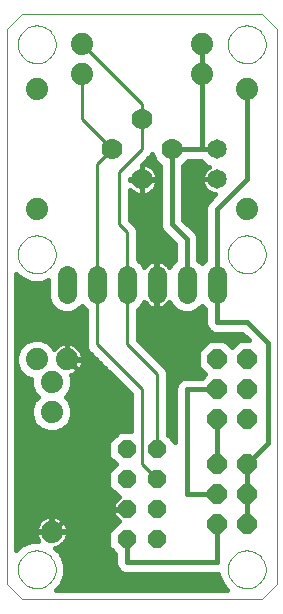
<source format=gtl>
G75*
G70*
%OFA0B0*%
%FSLAX24Y24*%
%IPPOS*%
%LPD*%
%AMOC8*
5,1,8,0,0,1.08239X$1,22.5*
%
%ADD10C,0.0000*%
%ADD11OC8,0.0600*%
%ADD12OC8,0.0640*%
%ADD13C,0.0740*%
%ADD14C,0.0700*%
%ADD15C,0.0650*%
%ADD16C,0.0634*%
%ADD17C,0.0150*%
%ADD18C,0.0100*%
D10*
X001675Y001175D02*
X001175Y001675D01*
X001175Y020175D01*
X001675Y020675D01*
X009675Y020675D01*
X010175Y020175D01*
X010175Y001675D01*
X009675Y001175D01*
X001675Y001175D01*
X001545Y002175D02*
X001547Y002225D01*
X001553Y002275D01*
X001563Y002324D01*
X001577Y002372D01*
X001594Y002419D01*
X001615Y002464D01*
X001640Y002508D01*
X001668Y002549D01*
X001700Y002588D01*
X001734Y002625D01*
X001771Y002659D01*
X001811Y002689D01*
X001853Y002716D01*
X001897Y002740D01*
X001943Y002761D01*
X001990Y002777D01*
X002038Y002790D01*
X002088Y002799D01*
X002137Y002804D01*
X002188Y002805D01*
X002238Y002802D01*
X002287Y002795D01*
X002336Y002784D01*
X002384Y002769D01*
X002430Y002751D01*
X002475Y002729D01*
X002518Y002703D01*
X002559Y002674D01*
X002598Y002642D01*
X002634Y002607D01*
X002666Y002569D01*
X002696Y002529D01*
X002723Y002486D01*
X002746Y002442D01*
X002765Y002396D01*
X002781Y002348D01*
X002793Y002299D01*
X002801Y002250D01*
X002805Y002200D01*
X002805Y002150D01*
X002801Y002100D01*
X002793Y002051D01*
X002781Y002002D01*
X002765Y001954D01*
X002746Y001908D01*
X002723Y001864D01*
X002696Y001821D01*
X002666Y001781D01*
X002634Y001743D01*
X002598Y001708D01*
X002559Y001676D01*
X002518Y001647D01*
X002475Y001621D01*
X002430Y001599D01*
X002384Y001581D01*
X002336Y001566D01*
X002287Y001555D01*
X002238Y001548D01*
X002188Y001545D01*
X002137Y001546D01*
X002088Y001551D01*
X002038Y001560D01*
X001990Y001573D01*
X001943Y001589D01*
X001897Y001610D01*
X001853Y001634D01*
X001811Y001661D01*
X001771Y001691D01*
X001734Y001725D01*
X001700Y001762D01*
X001668Y001801D01*
X001640Y001842D01*
X001615Y001886D01*
X001594Y001931D01*
X001577Y001978D01*
X001563Y002026D01*
X001553Y002075D01*
X001547Y002125D01*
X001545Y002175D01*
X001545Y012675D02*
X001547Y012725D01*
X001553Y012775D01*
X001563Y012824D01*
X001577Y012872D01*
X001594Y012919D01*
X001615Y012964D01*
X001640Y013008D01*
X001668Y013049D01*
X001700Y013088D01*
X001734Y013125D01*
X001771Y013159D01*
X001811Y013189D01*
X001853Y013216D01*
X001897Y013240D01*
X001943Y013261D01*
X001990Y013277D01*
X002038Y013290D01*
X002088Y013299D01*
X002137Y013304D01*
X002188Y013305D01*
X002238Y013302D01*
X002287Y013295D01*
X002336Y013284D01*
X002384Y013269D01*
X002430Y013251D01*
X002475Y013229D01*
X002518Y013203D01*
X002559Y013174D01*
X002598Y013142D01*
X002634Y013107D01*
X002666Y013069D01*
X002696Y013029D01*
X002723Y012986D01*
X002746Y012942D01*
X002765Y012896D01*
X002781Y012848D01*
X002793Y012799D01*
X002801Y012750D01*
X002805Y012700D01*
X002805Y012650D01*
X002801Y012600D01*
X002793Y012551D01*
X002781Y012502D01*
X002765Y012454D01*
X002746Y012408D01*
X002723Y012364D01*
X002696Y012321D01*
X002666Y012281D01*
X002634Y012243D01*
X002598Y012208D01*
X002559Y012176D01*
X002518Y012147D01*
X002475Y012121D01*
X002430Y012099D01*
X002384Y012081D01*
X002336Y012066D01*
X002287Y012055D01*
X002238Y012048D01*
X002188Y012045D01*
X002137Y012046D01*
X002088Y012051D01*
X002038Y012060D01*
X001990Y012073D01*
X001943Y012089D01*
X001897Y012110D01*
X001853Y012134D01*
X001811Y012161D01*
X001771Y012191D01*
X001734Y012225D01*
X001700Y012262D01*
X001668Y012301D01*
X001640Y012342D01*
X001615Y012386D01*
X001594Y012431D01*
X001577Y012478D01*
X001563Y012526D01*
X001553Y012575D01*
X001547Y012625D01*
X001545Y012675D01*
X001545Y019675D02*
X001547Y019725D01*
X001553Y019775D01*
X001563Y019824D01*
X001577Y019872D01*
X001594Y019919D01*
X001615Y019964D01*
X001640Y020008D01*
X001668Y020049D01*
X001700Y020088D01*
X001734Y020125D01*
X001771Y020159D01*
X001811Y020189D01*
X001853Y020216D01*
X001897Y020240D01*
X001943Y020261D01*
X001990Y020277D01*
X002038Y020290D01*
X002088Y020299D01*
X002137Y020304D01*
X002188Y020305D01*
X002238Y020302D01*
X002287Y020295D01*
X002336Y020284D01*
X002384Y020269D01*
X002430Y020251D01*
X002475Y020229D01*
X002518Y020203D01*
X002559Y020174D01*
X002598Y020142D01*
X002634Y020107D01*
X002666Y020069D01*
X002696Y020029D01*
X002723Y019986D01*
X002746Y019942D01*
X002765Y019896D01*
X002781Y019848D01*
X002793Y019799D01*
X002801Y019750D01*
X002805Y019700D01*
X002805Y019650D01*
X002801Y019600D01*
X002793Y019551D01*
X002781Y019502D01*
X002765Y019454D01*
X002746Y019408D01*
X002723Y019364D01*
X002696Y019321D01*
X002666Y019281D01*
X002634Y019243D01*
X002598Y019208D01*
X002559Y019176D01*
X002518Y019147D01*
X002475Y019121D01*
X002430Y019099D01*
X002384Y019081D01*
X002336Y019066D01*
X002287Y019055D01*
X002238Y019048D01*
X002188Y019045D01*
X002137Y019046D01*
X002088Y019051D01*
X002038Y019060D01*
X001990Y019073D01*
X001943Y019089D01*
X001897Y019110D01*
X001853Y019134D01*
X001811Y019161D01*
X001771Y019191D01*
X001734Y019225D01*
X001700Y019262D01*
X001668Y019301D01*
X001640Y019342D01*
X001615Y019386D01*
X001594Y019431D01*
X001577Y019478D01*
X001563Y019526D01*
X001553Y019575D01*
X001547Y019625D01*
X001545Y019675D01*
X008545Y019675D02*
X008547Y019725D01*
X008553Y019775D01*
X008563Y019824D01*
X008577Y019872D01*
X008594Y019919D01*
X008615Y019964D01*
X008640Y020008D01*
X008668Y020049D01*
X008700Y020088D01*
X008734Y020125D01*
X008771Y020159D01*
X008811Y020189D01*
X008853Y020216D01*
X008897Y020240D01*
X008943Y020261D01*
X008990Y020277D01*
X009038Y020290D01*
X009088Y020299D01*
X009137Y020304D01*
X009188Y020305D01*
X009238Y020302D01*
X009287Y020295D01*
X009336Y020284D01*
X009384Y020269D01*
X009430Y020251D01*
X009475Y020229D01*
X009518Y020203D01*
X009559Y020174D01*
X009598Y020142D01*
X009634Y020107D01*
X009666Y020069D01*
X009696Y020029D01*
X009723Y019986D01*
X009746Y019942D01*
X009765Y019896D01*
X009781Y019848D01*
X009793Y019799D01*
X009801Y019750D01*
X009805Y019700D01*
X009805Y019650D01*
X009801Y019600D01*
X009793Y019551D01*
X009781Y019502D01*
X009765Y019454D01*
X009746Y019408D01*
X009723Y019364D01*
X009696Y019321D01*
X009666Y019281D01*
X009634Y019243D01*
X009598Y019208D01*
X009559Y019176D01*
X009518Y019147D01*
X009475Y019121D01*
X009430Y019099D01*
X009384Y019081D01*
X009336Y019066D01*
X009287Y019055D01*
X009238Y019048D01*
X009188Y019045D01*
X009137Y019046D01*
X009088Y019051D01*
X009038Y019060D01*
X008990Y019073D01*
X008943Y019089D01*
X008897Y019110D01*
X008853Y019134D01*
X008811Y019161D01*
X008771Y019191D01*
X008734Y019225D01*
X008700Y019262D01*
X008668Y019301D01*
X008640Y019342D01*
X008615Y019386D01*
X008594Y019431D01*
X008577Y019478D01*
X008563Y019526D01*
X008553Y019575D01*
X008547Y019625D01*
X008545Y019675D01*
X008545Y012675D02*
X008547Y012725D01*
X008553Y012775D01*
X008563Y012824D01*
X008577Y012872D01*
X008594Y012919D01*
X008615Y012964D01*
X008640Y013008D01*
X008668Y013049D01*
X008700Y013088D01*
X008734Y013125D01*
X008771Y013159D01*
X008811Y013189D01*
X008853Y013216D01*
X008897Y013240D01*
X008943Y013261D01*
X008990Y013277D01*
X009038Y013290D01*
X009088Y013299D01*
X009137Y013304D01*
X009188Y013305D01*
X009238Y013302D01*
X009287Y013295D01*
X009336Y013284D01*
X009384Y013269D01*
X009430Y013251D01*
X009475Y013229D01*
X009518Y013203D01*
X009559Y013174D01*
X009598Y013142D01*
X009634Y013107D01*
X009666Y013069D01*
X009696Y013029D01*
X009723Y012986D01*
X009746Y012942D01*
X009765Y012896D01*
X009781Y012848D01*
X009793Y012799D01*
X009801Y012750D01*
X009805Y012700D01*
X009805Y012650D01*
X009801Y012600D01*
X009793Y012551D01*
X009781Y012502D01*
X009765Y012454D01*
X009746Y012408D01*
X009723Y012364D01*
X009696Y012321D01*
X009666Y012281D01*
X009634Y012243D01*
X009598Y012208D01*
X009559Y012176D01*
X009518Y012147D01*
X009475Y012121D01*
X009430Y012099D01*
X009384Y012081D01*
X009336Y012066D01*
X009287Y012055D01*
X009238Y012048D01*
X009188Y012045D01*
X009137Y012046D01*
X009088Y012051D01*
X009038Y012060D01*
X008990Y012073D01*
X008943Y012089D01*
X008897Y012110D01*
X008853Y012134D01*
X008811Y012161D01*
X008771Y012191D01*
X008734Y012225D01*
X008700Y012262D01*
X008668Y012301D01*
X008640Y012342D01*
X008615Y012386D01*
X008594Y012431D01*
X008577Y012478D01*
X008563Y012526D01*
X008553Y012575D01*
X008547Y012625D01*
X008545Y012675D01*
X008545Y002175D02*
X008547Y002225D01*
X008553Y002275D01*
X008563Y002324D01*
X008577Y002372D01*
X008594Y002419D01*
X008615Y002464D01*
X008640Y002508D01*
X008668Y002549D01*
X008700Y002588D01*
X008734Y002625D01*
X008771Y002659D01*
X008811Y002689D01*
X008853Y002716D01*
X008897Y002740D01*
X008943Y002761D01*
X008990Y002777D01*
X009038Y002790D01*
X009088Y002799D01*
X009137Y002804D01*
X009188Y002805D01*
X009238Y002802D01*
X009287Y002795D01*
X009336Y002784D01*
X009384Y002769D01*
X009430Y002751D01*
X009475Y002729D01*
X009518Y002703D01*
X009559Y002674D01*
X009598Y002642D01*
X009634Y002607D01*
X009666Y002569D01*
X009696Y002529D01*
X009723Y002486D01*
X009746Y002442D01*
X009765Y002396D01*
X009781Y002348D01*
X009793Y002299D01*
X009801Y002250D01*
X009805Y002200D01*
X009805Y002150D01*
X009801Y002100D01*
X009793Y002051D01*
X009781Y002002D01*
X009765Y001954D01*
X009746Y001908D01*
X009723Y001864D01*
X009696Y001821D01*
X009666Y001781D01*
X009634Y001743D01*
X009598Y001708D01*
X009559Y001676D01*
X009518Y001647D01*
X009475Y001621D01*
X009430Y001599D01*
X009384Y001581D01*
X009336Y001566D01*
X009287Y001555D01*
X009238Y001548D01*
X009188Y001545D01*
X009137Y001546D01*
X009088Y001551D01*
X009038Y001560D01*
X008990Y001573D01*
X008943Y001589D01*
X008897Y001610D01*
X008853Y001634D01*
X008811Y001661D01*
X008771Y001691D01*
X008734Y001725D01*
X008700Y001762D01*
X008668Y001801D01*
X008640Y001842D01*
X008615Y001886D01*
X008594Y001931D01*
X008577Y001978D01*
X008563Y002026D01*
X008553Y002075D01*
X008547Y002125D01*
X008545Y002175D01*
D11*
X006175Y003175D03*
X006175Y004175D03*
X006175Y005175D03*
X006175Y006175D03*
X005175Y006175D03*
X005175Y005175D03*
X005175Y004175D03*
X005175Y003175D03*
D12*
X008175Y003675D03*
X008175Y004675D03*
X008175Y005675D03*
X008175Y007175D03*
X008175Y008175D03*
X008175Y009175D03*
X009175Y009175D03*
X009175Y008175D03*
X009175Y007175D03*
X009175Y005675D03*
X009175Y004675D03*
X009175Y003675D03*
D13*
X009175Y014175D03*
X009175Y018175D03*
X007675Y018675D03*
X007675Y019675D03*
X003675Y019675D03*
X003675Y018675D03*
X002175Y018175D03*
X002175Y014175D03*
X002175Y009175D03*
X002675Y008425D03*
X003175Y009175D03*
X002675Y007425D03*
X002675Y003425D03*
D14*
X005675Y015175D03*
X006675Y016175D03*
X005675Y017175D03*
X004675Y016175D03*
D15*
X008175Y016175D03*
X008175Y015175D03*
D16*
X008175Y011992D02*
X008175Y011358D01*
X007175Y011358D02*
X007175Y011992D01*
X006175Y011992D02*
X006175Y011358D01*
X005175Y011358D02*
X005175Y011992D01*
X004175Y011992D02*
X004175Y011358D01*
X003175Y011358D02*
X003175Y011992D01*
D17*
X002543Y011232D02*
X002639Y011000D01*
X002817Y010822D01*
X003049Y010726D01*
X003301Y010726D01*
X003533Y010822D01*
X003675Y010965D01*
X003810Y010830D01*
X003810Y009602D01*
X003866Y009468D01*
X005310Y008024D01*
X005310Y006790D01*
X004920Y006790D01*
X004560Y006430D01*
X004560Y005920D01*
X004805Y005675D01*
X004560Y005430D01*
X004560Y004920D01*
X004904Y004576D01*
X004700Y004372D01*
X004700Y004190D01*
X005160Y004190D01*
X005160Y004160D01*
X004700Y004160D01*
X004700Y003978D01*
X004904Y003774D01*
X004560Y003430D01*
X004560Y002920D01*
X004785Y002695D01*
X004785Y002347D01*
X004844Y002204D01*
X004954Y002094D01*
X005097Y002035D01*
X008230Y002035D01*
X008230Y001987D01*
X008374Y001640D01*
X008524Y001490D01*
X002826Y001490D01*
X002976Y001640D01*
X003120Y001987D01*
X003120Y002363D01*
X002976Y002710D01*
X002794Y002892D01*
X002803Y002893D01*
X002884Y002920D01*
X002961Y002959D01*
X003030Y003009D01*
X003091Y003070D01*
X003141Y003139D01*
X003180Y003216D01*
X003207Y003297D01*
X003220Y003382D01*
X003220Y003411D01*
X002689Y003411D01*
X002689Y003439D01*
X002661Y003439D01*
X002661Y003970D01*
X002632Y003970D01*
X002547Y003957D01*
X002466Y003930D01*
X002389Y003891D01*
X002320Y003841D01*
X002259Y003780D01*
X002209Y003711D01*
X002170Y003634D01*
X002143Y003553D01*
X002130Y003468D01*
X002130Y003439D01*
X002661Y003439D01*
X002661Y003411D01*
X002130Y003411D01*
X002130Y003382D01*
X002143Y003297D01*
X002170Y003216D01*
X002209Y003139D01*
X002223Y003120D01*
X001987Y003120D01*
X001640Y002976D01*
X001490Y002826D01*
X001490Y012024D01*
X001640Y011874D01*
X001987Y011730D01*
X002363Y011730D01*
X002543Y011805D01*
X002543Y011232D01*
X002543Y011273D02*
X001490Y011273D01*
X001490Y011125D02*
X002588Y011125D01*
X002664Y010976D02*
X001490Y010976D01*
X001490Y010828D02*
X002812Y010828D01*
X002543Y011422D02*
X001490Y011422D01*
X001490Y011570D02*
X002543Y011570D01*
X002543Y011719D02*
X001490Y011719D01*
X001490Y011867D02*
X001656Y011867D01*
X001498Y012016D02*
X001490Y012016D01*
X001490Y010679D02*
X003810Y010679D01*
X003810Y010531D02*
X001490Y010531D01*
X001490Y010382D02*
X003810Y010382D01*
X003810Y010234D02*
X001490Y010234D01*
X001490Y010085D02*
X003810Y010085D01*
X003810Y009937D02*
X001490Y009937D01*
X001490Y009788D02*
X001865Y009788D01*
X001787Y009756D02*
X002039Y009860D01*
X002311Y009860D01*
X002563Y009756D01*
X002756Y009563D01*
X002766Y009537D01*
X002820Y009591D01*
X002889Y009641D01*
X002966Y009680D01*
X003047Y009707D01*
X003132Y009720D01*
X003170Y009720D01*
X003170Y009180D01*
X003180Y009180D01*
X003720Y009180D01*
X003720Y009218D01*
X003707Y009303D01*
X003680Y009384D01*
X003641Y009461D01*
X003591Y009530D01*
X003530Y009591D01*
X003461Y009641D01*
X003384Y009680D01*
X003303Y009707D01*
X003218Y009720D01*
X003180Y009720D01*
X003180Y009180D01*
X003180Y009170D01*
X003720Y009170D01*
X003720Y009132D01*
X003707Y009047D01*
X003680Y008966D01*
X003641Y008889D01*
X003591Y008820D01*
X003530Y008759D01*
X003461Y008709D01*
X003384Y008670D01*
X003323Y008650D01*
X003360Y008561D01*
X003360Y008289D01*
X003256Y008037D01*
X003144Y007925D01*
X003256Y007813D01*
X003360Y007561D01*
X003360Y007289D01*
X003256Y007037D01*
X003063Y006844D01*
X002811Y006740D01*
X002539Y006740D01*
X002287Y006844D01*
X002094Y007037D01*
X001990Y007289D01*
X001990Y007561D01*
X002094Y007813D01*
X002206Y007925D01*
X002094Y008037D01*
X001990Y008289D01*
X001990Y008510D01*
X001787Y008594D01*
X001594Y008787D01*
X001490Y009039D01*
X001490Y009311D01*
X001594Y009563D01*
X001787Y009756D01*
X001671Y009640D02*
X001490Y009640D01*
X001490Y009491D02*
X001564Y009491D01*
X001503Y009343D02*
X001490Y009343D01*
X001490Y009194D02*
X001490Y009194D01*
X001490Y009046D02*
X001490Y009046D01*
X001490Y008897D02*
X001549Y008897D01*
X001490Y008749D02*
X001633Y008749D01*
X001490Y008600D02*
X001781Y008600D01*
X001990Y008452D02*
X001490Y008452D01*
X001490Y008303D02*
X001990Y008303D01*
X002046Y008155D02*
X001490Y008155D01*
X001490Y008006D02*
X002125Y008006D01*
X002139Y007858D02*
X001490Y007858D01*
X001490Y007709D02*
X002051Y007709D01*
X001990Y007561D02*
X001490Y007561D01*
X001490Y007412D02*
X001990Y007412D01*
X002000Y007264D02*
X001490Y007264D01*
X001490Y007115D02*
X002062Y007115D01*
X002165Y006967D02*
X001490Y006967D01*
X001490Y006818D02*
X002350Y006818D01*
X003000Y006818D02*
X005310Y006818D01*
X005310Y006967D02*
X003185Y006967D01*
X003288Y007115D02*
X005310Y007115D01*
X005310Y007264D02*
X003350Y007264D01*
X003360Y007412D02*
X005310Y007412D01*
X005310Y007561D02*
X003360Y007561D01*
X003299Y007709D02*
X005310Y007709D01*
X005310Y007858D02*
X003211Y007858D01*
X003225Y008006D02*
X005310Y008006D01*
X005179Y008155D02*
X003304Y008155D01*
X003360Y008303D02*
X005031Y008303D01*
X004882Y008452D02*
X003360Y008452D01*
X003344Y008600D02*
X004734Y008600D01*
X004585Y008749D02*
X003515Y008749D01*
X003675Y008675D02*
X003675Y004175D01*
X005175Y004175D01*
X003425Y004175D01*
X002675Y003425D01*
X002689Y003439D02*
X002689Y003970D01*
X002718Y003970D01*
X002803Y003957D01*
X002884Y003930D01*
X002961Y003891D01*
X003030Y003841D01*
X003091Y003780D01*
X003141Y003711D01*
X003180Y003634D01*
X003207Y003553D01*
X003220Y003468D01*
X003220Y003439D01*
X002689Y003439D01*
X002689Y003551D02*
X002661Y003551D01*
X002661Y003700D02*
X002689Y003700D01*
X002689Y003848D02*
X002661Y003848D01*
X002330Y003848D02*
X001490Y003848D01*
X001490Y003700D02*
X002203Y003700D01*
X002143Y003551D02*
X001490Y003551D01*
X001490Y003403D02*
X002130Y003403D01*
X002158Y003254D02*
X001490Y003254D01*
X001490Y003106D02*
X001952Y003106D01*
X001621Y002957D02*
X001490Y002957D01*
X001490Y003997D02*
X004700Y003997D01*
X004700Y004145D02*
X001490Y004145D01*
X001490Y004294D02*
X004700Y004294D01*
X004770Y004442D02*
X001490Y004442D01*
X001490Y004591D02*
X004890Y004591D01*
X004741Y004739D02*
X001490Y004739D01*
X001490Y004888D02*
X004593Y004888D01*
X004560Y005036D02*
X001490Y005036D01*
X001490Y005185D02*
X004560Y005185D01*
X004560Y005333D02*
X001490Y005333D01*
X001490Y005482D02*
X004612Y005482D01*
X004760Y005630D02*
X001490Y005630D01*
X001490Y005779D02*
X004702Y005779D01*
X004560Y005927D02*
X001490Y005927D01*
X001490Y006076D02*
X004560Y006076D01*
X004560Y006224D02*
X001490Y006224D01*
X001490Y006373D02*
X004560Y006373D01*
X004651Y006521D02*
X001490Y006521D01*
X001490Y006670D02*
X004800Y006670D01*
X004437Y008897D02*
X003645Y008897D01*
X003706Y009046D02*
X004288Y009046D01*
X004140Y009194D02*
X003720Y009194D01*
X003694Y009343D02*
X003991Y009343D01*
X003856Y009491D02*
X003619Y009491D01*
X003463Y009640D02*
X003810Y009640D01*
X003810Y009788D02*
X002485Y009788D01*
X002679Y009640D02*
X002887Y009640D01*
X003170Y009640D02*
X003180Y009640D01*
X003170Y009491D02*
X003180Y009491D01*
X003170Y009343D02*
X003180Y009343D01*
X003170Y009194D02*
X003180Y009194D01*
X003175Y009175D02*
X003675Y008675D01*
X003538Y010828D02*
X003810Y010828D01*
X005484Y013632D02*
X005290Y013826D01*
X005290Y014818D01*
X005333Y014775D01*
X005400Y014726D01*
X005473Y014688D01*
X005473Y014689D02*
X005290Y014689D01*
X005290Y014540D02*
X006285Y014540D01*
X006285Y014392D02*
X005290Y014392D01*
X005290Y014243D02*
X006285Y014243D01*
X006285Y014095D02*
X005290Y014095D01*
X005290Y013946D02*
X006285Y013946D01*
X006285Y013798D02*
X005319Y013798D01*
X005467Y013649D02*
X006285Y013649D01*
X006285Y013597D02*
X006344Y013454D01*
X006454Y013344D01*
X006785Y013013D01*
X006785Y012495D01*
X006639Y012350D01*
X006597Y012247D01*
X006596Y012250D01*
X006550Y012312D01*
X006495Y012367D01*
X006433Y012413D01*
X006364Y012448D01*
X006290Y012472D01*
X006214Y012484D01*
X006198Y012484D01*
X006198Y011698D01*
X006152Y011698D01*
X006152Y012484D01*
X006136Y012484D01*
X006060Y012472D01*
X005986Y012448D01*
X005917Y012413D01*
X005855Y012367D01*
X005800Y012312D01*
X005754Y012250D01*
X005753Y012247D01*
X005711Y012350D01*
X005540Y012520D01*
X005540Y013498D01*
X005484Y013632D01*
X005539Y013501D02*
X006325Y013501D01*
X006285Y013597D02*
X006285Y015625D01*
X006111Y015798D01*
X006013Y016036D01*
X005984Y015968D01*
X005882Y015866D01*
X005716Y015700D01*
X005716Y015700D01*
X005798Y015687D01*
X005877Y015662D01*
X005950Y015624D01*
X006017Y015575D01*
X006075Y015517D01*
X006124Y015450D01*
X006162Y015377D01*
X006187Y015298D01*
X006200Y015216D01*
X006200Y015180D01*
X005680Y015180D01*
X005680Y015664D01*
X005670Y015654D01*
X005670Y015180D01*
X005680Y015180D01*
X005680Y015170D01*
X006200Y015170D01*
X006200Y015134D01*
X006285Y015134D01*
X006200Y015134D02*
X006187Y015052D01*
X006162Y014973D01*
X006124Y014900D01*
X006075Y014833D01*
X006017Y014775D01*
X005950Y014726D01*
X005877Y014688D01*
X005877Y014689D02*
X006285Y014689D01*
X006285Y014837D02*
X006078Y014837D01*
X006165Y014986D02*
X006285Y014986D01*
X006285Y015283D02*
X006190Y015283D01*
X006134Y015431D02*
X006285Y015431D01*
X006285Y015580D02*
X006011Y015580D01*
X006079Y015877D02*
X005893Y015877D01*
X006008Y016025D02*
X006017Y016025D01*
X006182Y015728D02*
X005744Y015728D01*
X005680Y015580D02*
X005670Y015580D01*
X005670Y015431D02*
X005680Y015431D01*
X005670Y015283D02*
X005680Y015283D01*
X005670Y015180D02*
X005290Y015180D01*
X005290Y015170D01*
X005670Y015170D01*
X005670Y015180D01*
X005675Y015175D02*
X005675Y013675D01*
X006175Y013175D01*
X006175Y011675D01*
X006198Y011652D02*
X006198Y010866D01*
X006214Y010866D01*
X006290Y010878D01*
X006364Y010902D01*
X006433Y010937D01*
X006495Y010983D01*
X006550Y011038D01*
X006596Y011100D01*
X006597Y011103D01*
X006639Y011000D01*
X006817Y010822D01*
X007049Y010726D01*
X007301Y010726D01*
X007533Y010822D01*
X007675Y010965D01*
X007785Y010855D01*
X007785Y010347D01*
X007844Y010204D01*
X007954Y010094D01*
X008097Y010035D01*
X009013Y010035D01*
X009238Y009810D01*
X008912Y009810D01*
X008675Y009573D01*
X008438Y009810D01*
X007912Y009810D01*
X007540Y009438D01*
X007540Y008912D01*
X007777Y008675D01*
X007667Y008565D01*
X007097Y008565D01*
X006954Y008506D01*
X006844Y008396D01*
X006785Y008253D01*
X006785Y006435D01*
X006540Y006680D01*
X006540Y008748D01*
X006484Y008882D01*
X005540Y009826D01*
X005540Y010830D01*
X005711Y011000D01*
X005753Y011103D01*
X005754Y011100D01*
X005800Y011038D01*
X005855Y010983D01*
X005917Y010937D01*
X005986Y010902D01*
X006060Y010878D01*
X006136Y010866D01*
X006152Y010866D01*
X006152Y011652D01*
X006198Y011652D01*
X006198Y011719D02*
X006152Y011719D01*
X006152Y011867D02*
X006198Y011867D01*
X006198Y012016D02*
X006152Y012016D01*
X006152Y012164D02*
X006198Y012164D01*
X006198Y012313D02*
X006152Y012313D01*
X006152Y012461D02*
X006198Y012461D01*
X006323Y012461D02*
X006751Y012461D01*
X006785Y012610D02*
X005540Y012610D01*
X005540Y012758D02*
X006785Y012758D01*
X006785Y012907D02*
X005540Y012907D01*
X005540Y013055D02*
X006743Y013055D01*
X006595Y013204D02*
X005540Y013204D01*
X005540Y013352D02*
X006446Y013352D01*
X006454Y013344D02*
X006454Y013344D01*
X006675Y013675D02*
X006675Y016175D01*
X007675Y016175D01*
X007675Y018675D01*
X007675Y019675D01*
X009175Y018175D02*
X009175Y015175D01*
X008175Y014175D01*
X008175Y011675D01*
X008175Y010425D01*
X009175Y010425D01*
X009875Y009725D01*
X009875Y006375D01*
X009175Y005675D01*
X009175Y004675D01*
X009175Y003675D01*
X008175Y003675D02*
X008175Y002425D01*
X005175Y002425D01*
X005175Y003175D01*
X004830Y003700D02*
X003147Y003700D01*
X003207Y003551D02*
X004681Y003551D01*
X004560Y003403D02*
X003220Y003403D01*
X003192Y003254D02*
X004560Y003254D01*
X004560Y003106D02*
X003117Y003106D01*
X002957Y002957D02*
X004560Y002957D01*
X004672Y002809D02*
X002878Y002809D01*
X002997Y002660D02*
X004785Y002660D01*
X004785Y002512D02*
X003058Y002512D01*
X003120Y002363D02*
X004785Y002363D01*
X004840Y002215D02*
X003120Y002215D01*
X003120Y002066D02*
X005023Y002066D01*
X004830Y003848D02*
X003020Y003848D01*
X003091Y001918D02*
X008259Y001918D01*
X008320Y001769D02*
X003030Y001769D01*
X002957Y001621D02*
X008393Y001621D01*
X008175Y003675D02*
X008175Y003700D01*
X008175Y004675D02*
X007175Y004675D01*
X007175Y008175D01*
X008175Y008175D01*
X007702Y008600D02*
X006540Y008600D01*
X006540Y008452D02*
X006900Y008452D01*
X006806Y008303D02*
X006540Y008303D01*
X006540Y008155D02*
X006785Y008155D01*
X006785Y008006D02*
X006540Y008006D01*
X006540Y007858D02*
X006785Y007858D01*
X006785Y007709D02*
X006540Y007709D01*
X006540Y007561D02*
X006785Y007561D01*
X006785Y007412D02*
X006540Y007412D01*
X006540Y007264D02*
X006785Y007264D01*
X006785Y007115D02*
X006540Y007115D01*
X006540Y006967D02*
X006785Y006967D01*
X006785Y006818D02*
X006540Y006818D01*
X006550Y006670D02*
X006785Y006670D01*
X006785Y006521D02*
X006699Y006521D01*
X006540Y008749D02*
X007703Y008749D01*
X007555Y008897D02*
X006469Y008897D01*
X006321Y009046D02*
X007540Y009046D01*
X007540Y009194D02*
X006172Y009194D01*
X006024Y009343D02*
X007540Y009343D01*
X007593Y009491D02*
X005875Y009491D01*
X005727Y009640D02*
X007741Y009640D01*
X007890Y009788D02*
X005578Y009788D01*
X005540Y009937D02*
X009112Y009937D01*
X008890Y009788D02*
X008460Y009788D01*
X008609Y009640D02*
X008741Y009640D01*
X007977Y010085D02*
X005540Y010085D01*
X005540Y010234D02*
X007832Y010234D01*
X007785Y010382D02*
X005540Y010382D01*
X005540Y010531D02*
X007785Y010531D01*
X007785Y010679D02*
X005540Y010679D01*
X005540Y010828D02*
X006812Y010828D01*
X006664Y010976D02*
X006486Y010976D01*
X006198Y010976D02*
X006152Y010976D01*
X006152Y011125D02*
X006198Y011125D01*
X006198Y011273D02*
X006152Y011273D01*
X006152Y011422D02*
X006198Y011422D01*
X006198Y011570D02*
X006152Y011570D01*
X005864Y010976D02*
X005686Y010976D01*
X005726Y012313D02*
X005800Y012313D01*
X005599Y012461D02*
X006027Y012461D01*
X006550Y012313D02*
X006624Y012313D01*
X007175Y011675D02*
X007175Y013175D01*
X006675Y013675D01*
X007065Y013837D02*
X007065Y015625D01*
X007225Y015785D01*
X007660Y015785D01*
X007812Y015632D01*
X007903Y015595D01*
X007849Y015556D01*
X007794Y015501D01*
X007747Y015437D01*
X007712Y015367D01*
X007687Y015292D01*
X007675Y015214D01*
X007675Y015175D01*
X008175Y015175D01*
X008175Y015175D01*
X007675Y015175D01*
X007675Y015136D01*
X007687Y015058D01*
X007712Y014983D01*
X007747Y014913D01*
X007794Y014849D01*
X007849Y014794D01*
X007913Y014747D01*
X007983Y014712D01*
X008058Y014687D01*
X008125Y014677D01*
X007844Y014396D01*
X007785Y014253D01*
X007785Y014097D01*
X007785Y012495D01*
X007675Y012385D01*
X007565Y012495D01*
X007565Y013253D01*
X007506Y013396D01*
X007396Y013506D01*
X007065Y013837D01*
X007104Y013798D02*
X007785Y013798D01*
X007785Y013946D02*
X007065Y013946D01*
X007065Y014095D02*
X007785Y014095D01*
X007785Y014243D02*
X007065Y014243D01*
X007065Y014392D02*
X007843Y014392D01*
X007988Y014540D02*
X007065Y014540D01*
X007065Y014689D02*
X008054Y014689D01*
X007806Y014837D02*
X007065Y014837D01*
X007065Y014986D02*
X007711Y014986D01*
X007675Y015134D02*
X007065Y015134D01*
X007065Y015283D02*
X007686Y015283D01*
X007744Y015431D02*
X007065Y015431D01*
X007065Y015580D02*
X007881Y015580D01*
X007717Y015728D02*
X007168Y015728D01*
X007675Y016175D02*
X008175Y016175D01*
X007785Y013649D02*
X007253Y013649D01*
X007396Y013506D02*
X007396Y013506D01*
X007401Y013501D02*
X007785Y013501D01*
X007785Y013352D02*
X007524Y013352D01*
X007565Y013204D02*
X007785Y013204D01*
X007785Y013055D02*
X007565Y013055D01*
X007565Y012907D02*
X007785Y012907D01*
X007785Y012758D02*
X007565Y012758D01*
X007565Y012610D02*
X007785Y012610D01*
X007751Y012461D02*
X007599Y012461D01*
X007538Y010828D02*
X007785Y010828D01*
X008175Y007175D02*
X008175Y005675D01*
X005798Y014663D02*
X005716Y014650D01*
X005680Y014650D01*
X005680Y015170D01*
X005670Y015170D01*
X005670Y014650D01*
X005634Y014650D01*
X005552Y014663D01*
X005473Y014688D01*
X005670Y014689D02*
X005680Y014689D01*
X005798Y014663D02*
X005877Y014688D01*
X005680Y014837D02*
X005670Y014837D01*
X005670Y014986D02*
X005680Y014986D01*
X005670Y015134D02*
X005680Y015134D01*
D18*
X004925Y015425D02*
X005675Y016175D01*
X005675Y017175D01*
X005675Y017675D01*
X003675Y019675D01*
X003675Y018675D02*
X003675Y017175D01*
X004675Y016175D01*
X004175Y015675D01*
X004175Y011675D01*
X004175Y009675D01*
X005675Y008175D01*
X005675Y005675D01*
X006175Y005175D01*
X006175Y006175D02*
X006175Y008675D01*
X005175Y009675D01*
X005175Y011675D01*
X005175Y013425D01*
X004925Y013675D01*
X004925Y015425D01*
M02*

</source>
